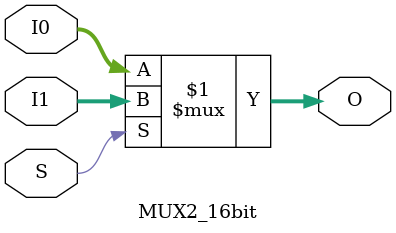
<source format=v>
`timescale 1ns / 1ps

module CC(
    input inX,inY,
    output s0,c0,s1,c1
    );
    or (c1,inX,inY);
    and(c0,inX,inY);
    xor(s0,inX,inY);
    not(s1,s0);
endmodule
module HA(
    input inX, inY,
    output Cout, sum
    );
    xor xorHA(sum,inX,inY);
    and andHA(Cout,inX,inY);
endmodule

module FA(
    input inX, inY, Cin,
    output Cout, sum
    );
    wire ha0cout, ha0sum, ha1cout;
    HA HA0(.inX(inX), .inY(inY),.Cout(ha0cout), .sum(ha0sum));
    HA HA1(.inX(ha0sum), .inY(Cin), .Cout(ha1cout),.sum(sum));
    or orFA(Cout,ha0cout,ha1cout);
endmodule


module MUX2_1bit(
    input I0,I1,
    input S,
    output O
);
    
assign O = S ? I1 : I0;    
endmodule

module MUX2_2bit(
    input [1:0]I0,I1,
    input S,
    output [1:0]O
);
    
assign O = S ? I1 : I0;    
endmodule

module MUX2_4bit(
    input [3:0]I0,I1,
    input S,
    output [3:0]O
);
    
assign O = S ? I1 : I0;    
endmodule

module MUX2_8bit(
    input [7:0]I0,I1,
    input S,
    output [7:0]O
);
    
assign O = S ? I1 : I0;    
endmodule

module MUX2_16bit(
    input [15:0]I0,I1,
    input S,
    output [15:0]O
);
    
assign O = S ? I1 : I0;    
endmodule

</source>
